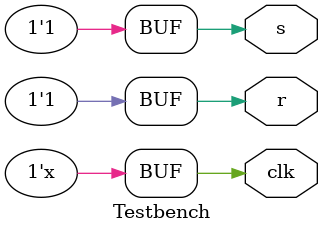
<source format=v>
`timescale 1ns / 1ps


module Testbench(
    output reg clk,
    output reg s,
    output reg r
    );
    initial begin
    clk=0;
    r=0;
    s=0;
    #150
    r=1;
    #150
    r=0;
    s=1;
    #150
    r=1;
    s=1;
    
    end
    always#(50) begin
    clk=~clk;
    end
endmodule

</source>
